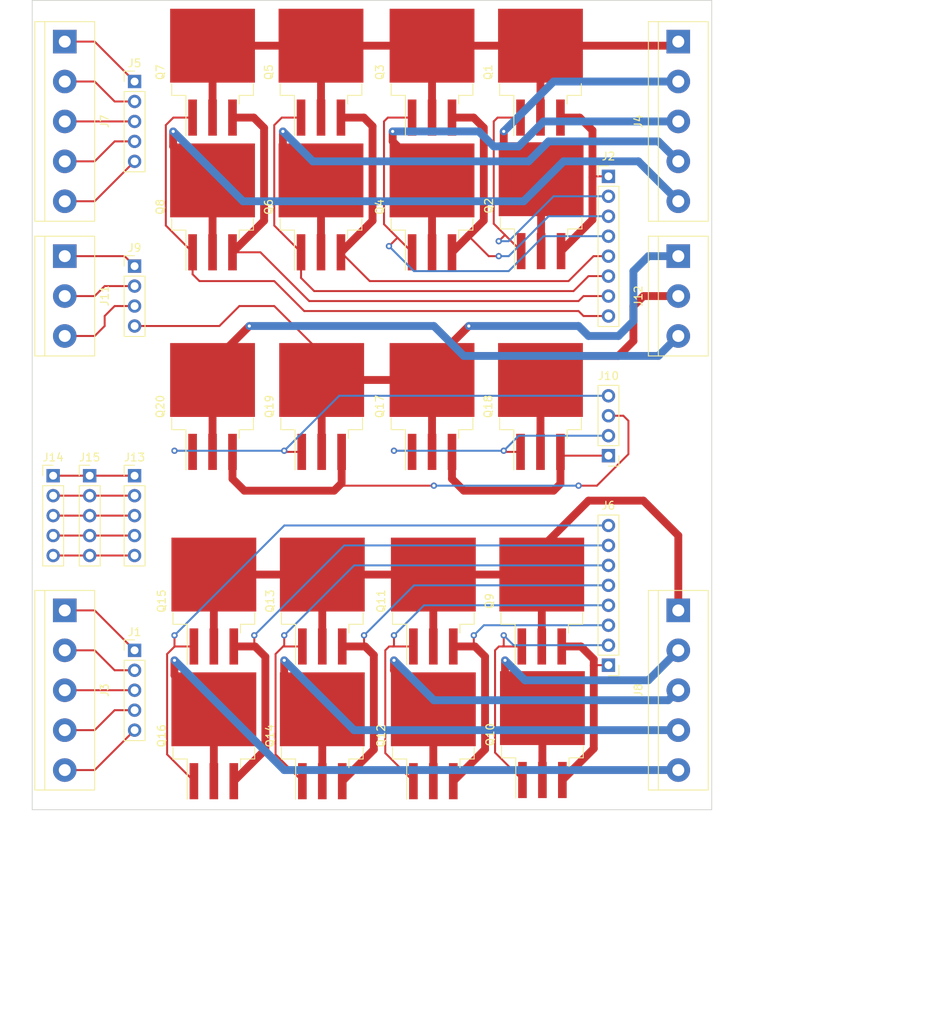
<source format=kicad_pcb>
(kicad_pcb (version 20211014) (generator pcbnew)
  (layers (0 "F.Cu" signal) (31 "B.Cu" signal) (34 "B.Paste" user) (35 "F.Paste" user) (36 "B.SilkS" user "B.Silkscreen") (37 "F.SilkS" user "F.Silkscreen") (38 "B.Mask" user) (39 "F.Mask" user) (44 "Edge.Cuts" user))
  (net 0 "")
  (net 1 "Net-(J1-Pad3)")
  (net 2 "Net-(J1-Pad4)")
  (net 3 "Net-(J1-Pad5)")
  (net 4 "Net-(J1-Pad1)")
  (net 5 "Net-(J1-Pad2)")
  (net 6 "Net-(J2-Pad1)")
  (net 7 "Net-(J2-Pad2)")
  (net 8 "Net-(J2-Pad3)")
  (net 9 "Net-(J2-Pad4)")
  (net 10 "Net-(J2-Pad5)")
  (net 11 "Net-(J2-Pad6)")
  (net 12 "Net-(J2-Pad7)")
  (net 13 "Net-(J2-Pad8)")
  (net 14 "Net-(J4-Pad1)")
  (net 15 "Net-(J4-Pad2)")
  (net 16 "Net-(J4-Pad3)")
  (net 17 "Net-(J4-Pad4)")
  (net 18 "Net-(J4-Pad5)")
  (net 19 "Net-(J5-Pad1)")
  (net 20 "Net-(J5-Pad2)")
  (net 21 "Net-(J5-Pad3)")
  (net 22 "Net-(J5-Pad4)")
  (net 23 "Net-(J5-Pad5)")
  (net 24 "Net-(J6-Pad1)")
  (net 25 "Net-(J6-Pad2)")
  (net 26 "Net-(J6-Pad3)")
  (net 27 "Net-(J6-Pad4)")
  (net 28 "Net-(J6-Pad5)")
  (net 29 "Net-(J6-Pad6)")
  (net 30 "Net-(J6-Pad7)")
  (net 31 "Net-(J6-Pad8)")
  (net 32 "Net-(J8-Pad2)")
  (net 33 "Net-(J8-Pad3)")
  (net 34 "Net-(J8-Pad1)")
  (net 35 "Net-(J8-Pad4)")
  (net 36 "Net-(J8-Pad5)")
  (net 37 "Net-(J11-Pad1)")
  (net 38 "Net-(J11-Pad2)")
  (net 39 "Net-(J11-Pad3)")
  (net 40 "Net-(J12-Pad1)")
  (net 41 "Net-(J10-Pad1)")
  (net 42 "Net-(J10-Pad2)")
  (net 43 "Net-(J10-Pad3)")
  (net 44 "Net-(J10-Pad4)")
  (net 45 "Net-(J12-Pad2)")
  (net 46 "Net-(J12-Pad3)")
  (net 47 "Net-(J13-Pad1)")
  (net 48 "Net-(J13-Pad2)")
  (net 49 "Net-(J13-Pad3)")
  (net 50 "Net-(J13-Pad4)")
  (net 51 "Net-(J13-Pad5)")
  (footprint "Package_TO_SOT_SMD:TO-263-3_TabPin2" (layer "F.Cu") (at 123.12 126.45 90)
    (fp_text reference "Q15")
    (fp_text value "IRF830")
  )
  (footprint "TerminalBlock:TerminalBlock_bornier-5_P5.08mm" (layer "F.Cu") (at 104.14 55.245 -90)
    (fp_text reference "J7")
    (fp_text value "Screw_Terminal_01x05")
  )
  (footprint "Package_TO_SOT_SMD:TO-263-3_TabPin2" (layer "F.Cu") (at 151.06 143.595 90)
    (fp_text reference "Q12")
    (fp_text value "IRF830")
  )
  (footprint "Package_TO_SOT_SMD:TO-263-3_TabPin2" (layer "F.Cu") (at 164.78 76.135 90)
    (fp_text reference "Q2")
    (fp_text value "IRF830")
  )
  (footprint "TerminalBlock:TerminalBlock_bornier-3_P5.08mm" (layer "F.Cu") (at 104.14 82.55 -90)
    (fp_text reference "J11")
    (fp_text value "Screw_Terminal_01x03")
  )
  (footprint "Connector_PinHeader_2.54mm:PinHeader_1x05_P2.54mm_Vertical" (layer "F.Cu") (at 113.03 132.715)
    (fp_text reference "J1")
    (fp_text value "Conn_01x05_Male")
  )
  (footprint "Package_TO_SOT_SMD:TO-263-3_TabPin2" (layer "F.Cu") (at 136.76 76.285 90)
    (fp_text reference "Q6")
    (fp_text value "IRF830")
  )
  (footprint "Package_TO_SOT_SMD:TO-263-3_TabPin2" (layer "F.Cu") (at 122.955 59.14 90)
    (fp_text reference "Q7")
    (fp_text value "IRF830")
  )
  (footprint "Package_TO_SOT_SMD:TO-263-3_TabPin2" (layer "F.Cu") (at 164.7 101.685 90)
    (fp_text reference "Q18")
    (fp_text value "IRF830")
  )
  (footprint "Package_TO_SOT_SMD:TO-263-3_TabPin2" (layer "F.Cu") (at 136.76 59.14 90)
    (fp_text reference "Q5")
    (fp_text value "IRF830")
  )
  (footprint "Package_TO_SOT_SMD:TO-263-3_TabPin2" (layer "F.Cu") (at 122.955 101.685 90)
    (fp_text reference "Q20")
    (fp_text value "IRF830")
  )
  (footprint "Connector_PinHeader_2.54mm:PinHeader_1x05_P2.54mm_Vertical" (layer "F.Cu") (at 102.665 110.49)
    (fp_text reference "J14")
    (fp_text value "Conn_01x05_Male")
  )
  (footprint "Package_TO_SOT_SMD:TO-263-3_TabPin2" (layer "F.Cu") (at 136.925 126.45 90)
    (fp_text reference "Q13")
    (fp_text value "IRF830")
  )
  (footprint "TerminalBlock:TerminalBlock_bornier-5_P5.08mm" (layer "F.Cu") (at 182.245 127.635 -90)
    (fp_text reference "J8")
    (fp_text value "Screw_Terminal_01x05")
  )
  (footprint "Package_TO_SOT_SMD:TO-263-3_TabPin2" (layer "F.Cu") (at 150.895 101.685 90)
    (fp_text reference "Q17")
    (fp_text value "IRF830")
  )
  (footprint "Connector_PinHeader_2.54mm:PinHeader_1x04_P2.54mm_Vertical" (layer "F.Cu") (at 173.355 107.94 180)
    (fp_text reference "J10")
    (fp_text value "Conn_01x04_Male")
  )
  (footprint "Package_TO_SOT_SMD:TO-263-3_TabPin2" (layer "F.Cu") (at 122.955 76.285 90)
    (fp_text reference "Q8")
    (fp_text value "IRF830")
  )
  (footprint "TerminalBlock:TerminalBlock_bornier-3_P5.08mm" (layer "F.Cu") (at 182.245 82.55 -90)
    (fp_text reference "J12")
    (fp_text value "Screw_Terminal_01x03")
  )
  (footprint "TerminalBlock:TerminalBlock_bornier-5_P5.08mm" (layer "F.Cu") (at 104.14 127.635 -90)
    (fp_text reference "J3")
    (fp_text value "Screw_Terminal_01x05")
  )
  (footprint "Package_TO_SOT_SMD:TO-263-3_TabPin2" (layer "F.Cu") (at 123.12 143.595 90)
    (fp_text reference "Q16")
    (fp_text value "IRF830")
  )
  (footprint "Connector_PinHeader_2.54mm:PinHeader_1x04_P2.54mm_Vertical" (layer "F.Cu") (at 113.03 83.82)
    (fp_text reference "J9")
    (fp_text value "Conn_01x04_Male")
  )
  (footprint "Connector_PinHeader_2.54mm:PinHeader_1x05_P2.54mm_Vertical" (layer "F.Cu") (at 113.03 60.325)
    (fp_text reference "J5")
    (fp_text value "Conn_01x05_Male")
  )
  (footprint "Connector_PinHeader_2.54mm:PinHeader_1x08_P2.54mm_Vertical" (layer "F.Cu") (at 173.355 134.605 180)
    (fp_text reference "J6")
    (fp_text value "Conn_01x08_Male")
  )
  (footprint "Connector_PinHeader_2.54mm:PinHeader_1x08_P2.54mm_Vertical" (layer "F.Cu") (at 173.355 72.39)
    (fp_text reference "J2")
    (fp_text value "Conn_01x08_Male")
  )
  (footprint "Connector_PinHeader_2.54mm:PinHeader_1x05_P2.54mm_Vertical" (layer "F.Cu") (at 107.315 110.49)
    (fp_text reference "J15")
    (fp_text value "Conn_01x05_Male")
  )
  (footprint "Package_TO_SOT_SMD:TO-263-3_TabPin2" (layer "F.Cu") (at 164.865 126.45 90)
    (fp_text reference "Q9")
    (fp_text value "IRF830")
  )
  (footprint "Package_TO_SOT_SMD:TO-263-3_TabPin2" (layer "F.Cu") (at 164.7 59.14 90)
    (fp_text reference "Q1")
    (fp_text value "IRF830")
  )
  (footprint "Connector_PinHeader_2.54mm:PinHeader_1x05_P2.54mm_Vertical" (layer "F.Cu") (at 113.03 110.49)
    (fp_text reference "J13")
    (fp_text value "Conn_01x05_Male")
  )
  (footprint "TerminalBlock:TerminalBlock_bornier-5_P5.08mm" (layer "F.Cu") (at 182.245 55.245 -90)
    (fp_text reference "J4")
    (fp_text value "Screw_Terminal_01x05")
  )
  (footprint "Package_TO_SOT_SMD:TO-263-3_TabPin2" (layer "F.Cu") (at 136.925 143.595 90)
    (fp_text reference "Q14")
    (fp_text value "IRF830")
  )
  (footprint "Package_TO_SOT_SMD:TO-263-3_TabPin2" (layer "F.Cu") (at 136.845 101.685 90)
    (fp_text reference "Q19")
    (fp_text value "IRF830")
  )
  (footprint "Package_TO_SOT_SMD:TO-263-3_TabPin2" (layer "F.Cu") (at 151.06 126.45 90)
    (fp_text reference "Q11")
    (fp_text value "IRF830")
  )
  (footprint "Package_TO_SOT_SMD:TO-263-3_TabPin2" (layer "F.Cu") (at 150.895 76.285 90)
    (fp_text reference "Q4")
    (fp_text value "IRF830")
  )
  (footprint "Package_TO_SOT_SMD:TO-263-3_TabPin2" (layer "F.Cu") (at 150.895 59.14 90)
    (fp_text reference "Q3")
    (fp_text value "IRF830")
  )
  (footprint "Package_TO_SOT_SMD:TO-263-3_TabPin2" (layer "F.Cu") (at 164.945 143.445 90)
    (fp_text reference "Q10")
    (fp_text value "IRF830")
  )
  (gr_line locked (start 100 50) (end 186.5 50) (layer "Edge.Cuts") (width 0.1))
  (gr_line locked (start 100 153) (end 100 50) (layer "Edge.Cuts") (width 0.1))
  (gr_line locked (start 186.5 153) (end 186.5 50) (layer "Edge.Cuts") (width 0.1))
  (gr_line locked (start 100 153) (end 186.5 153) (layer "Edge.Cuts") (width 0.1))
  (segment (start 104.14 137.795) (end 113.03 137.795) (width 0.25) (layer "F.Cu") (net 1))
  (segment (start 110.49 140.335) (end 113.03 140.335) (width 0.25) (layer "F.Cu") (net 2))
  (segment (start 107.95 142.875) (end 110.49 140.335) (width 0.25) (layer "F.Cu") (net 2))
  (segment (start 104.14 142.875) (end 107.95 142.875) (width 0.25) (layer "F.Cu") (net 2))
  (segment (start 104.14 147.955) (end 107.95 147.955) (width 0.25) (layer "F.Cu") (net 3))
  (segment (start 107.95 147.955) (end 113.03 142.875) (width 0.25) (layer "F.Cu") (net 3))
  (segment (start 107.95 127.635) (end 113.03 132.715) (width 0.25) (layer "F.Cu") (net 4))
  (segment (start 104.14 127.635) (end 107.95 127.635) (width 0.25) (layer "F.Cu") (net 4))
  (segment (start 104.14 132.715) (end 107.95 132.715) (width 0.25) (layer "F.Cu") (net 5))
  (segment (start 107.95 132.715) (end 110.49 135.255) (width 0.25) (layer "F.Cu") (net 5))
  (segment (start 110.49 135.255) (end 113.03 135.255) (width 0.25) (layer "F.Cu") (net 5))
  (segment (start 171.3175 77.9125) (end 171.3175 72.5225) (width 1) (layer "F.Cu") (net 6))
  (segment (start 171.45 72.39) (end 171.3175 72.5225) (width 0.25) (layer "F.Cu") (net 6))
  (segment (start 171.3175 66.5425) (end 169.69 64.915) (width 1) (layer "F.Cu") (net 6))
  (segment (start 171.3175 72.5225) (end 171.3175 66.5425) (width 1) (layer "F.Cu") (net 6))
  (segment (start 167.32 81.91) (end 171.3175 77.9125) (width 1) (layer "F.Cu") (net 6))
  (segment (start 169.69 64.915) (end 167.24 64.915) (width 1) (layer "F.Cu") (net 6))
  (segment (start 173.355 72.39) (end 171.45 72.39) (width 0.25) (layer "F.Cu") (net 6))
  (segment (start 158.75 65.405) (end 158.75 78.42) (width 0.25) (layer "F.Cu") (net 7))
  (segment (start 160.18 79.85) (end 162.24 81.91) (width 0.25) (layer "F.Cu") (net 7))
  (segment (start 159.385 80.645) (end 160.18 79.85) (width 0.25) (layer "F.Cu") (net 7))
  (segment (start 158.75 78.42) (end 160.18 79.85) (width 0.25) (layer "F.Cu") (net 7))
  (segment (start 162.16 64.915) (end 159.24 64.915) (width 0.25) (layer "F.Cu") (net 7))
  (segment (start 159.24 64.915) (end 158.75 65.405) (width 0.25) (layer "F.Cu") (net 7))
  (via (at 159.385 80.645) (size 0.8) (drill 0.4) (layers "F.Cu" "B.Cu") (net 7))
  (segment (start 166.37 74.93) (end 160.655 80.645) (width 0.25) (layer "B.Cu") (net 7))
  (segment (start 173.355 74.93) (end 166.37 74.93) (width 0.25) (layer "B.Cu") (net 7))
  (segment (start 160.655 80.645) (end 159.385 80.645) (width 0.25) (layer "B.Cu") (net 7))
  (segment (start 156.19 64.915) (end 153.435 64.915) (width 1) (layer "F.Cu") (net 8))
  (segment (start 157.48 66.205) (end 156.19 64.915) (width 1) (layer "F.Cu") (net 8))
  (segment (start 157.48 78.015) (end 157.48 66.205) (width 1) (layer "F.Cu") (net 8))
  (segment (start 158.115 82.55) (end 155.53 79.965) (width 0.25) (layer "F.Cu") (net 8))
  (segment (start 153.435 82.06) (end 155.53 79.965) (width 1) (layer "F.Cu") (net 8))
  (segment (start 159.385 82.55) (end 158.115 82.55) (width 0.25) (layer "F.Cu") (net 8))
  (segment (start 155.53 79.965) (end 157.48 78.015) (width 1) (layer "F.Cu") (net 8))
  (via (at 159.385 82.55) (size 0.8) (drill 0.4) (layers "F.Cu" "B.Cu") (net 8))
  (segment (start 173.355 77.47) (end 165.735 77.47) (width 0.25) (layer "B.Cu") (net 8))
  (segment (start 165.735 77.47) (end 160.655 82.55) (width 0.25) (layer "B.Cu") (net 8))
  (segment (start 160.655 82.55) (end 159.385 82.55) (width 0.25) (layer "B.Cu") (net 8))
  (segment (start 148.355 82.06) (end 146.495 80.2) (width 0.25) (layer "F.Cu") (net 9))
  (segment (start 144.78 65.405) (end 145.27 64.915) (width 0.25) (layer "F.Cu") (net 9))
  (segment (start 144.78 78.485) (end 144.78 65.405) (width 0.25) (layer "F.Cu") (net 9))
  (segment (start 145.415 81.28) (end 146.495 80.2) (width 0.25) (layer "F.Cu") (net 9))
  (segment (start 145.27 64.915) (end 148.355 64.915) (width 0.25) (layer "F.Cu") (net 9))
  (segment (start 146.495 80.2) (end 144.78 78.485) (width 0.25) (layer "F.Cu") (net 9))
  (via (at 145.415 81.28) (size 0.8) (drill 0.4) (layers "F.Cu" "B.Cu") (net 9))
  (segment (start 148.59 84.455) (end 145.415 81.28) (width 0.25) (layer "B.Cu") (net 9))
  (segment (start 173.355 80.01) (end 165.1 80.01) (width 0.25) (layer "B.Cu") (net 9))
  (segment (start 165.1 80.01) (end 160.655 84.455) (width 0.25) (layer "B.Cu") (net 9))
  (segment (start 160.655 84.455) (end 148.59 84.455) (width 0.25) (layer "B.Cu") (net 9))
  (segment (start 143.32048 78.03952) (end 143.32048 66.01548) (width 1) (layer "F.Cu") (net 10))
  (segment (start 142.965 85.725) (end 139.3 82.06) (width 0.25) (layer "F.Cu") (net 10))
  (segment (start 139.3 82.06) (end 143.32048 78.03952) (width 1) (layer "F.Cu") (net 10))
  (segment (start 142.22 64.915) (end 139.3 64.915) (width 1) (layer "F.Cu") (net 10))
  (segment (start 168.275 85.725) (end 142.965 85.725) (width 0.25) (layer "F.Cu") (net 10))
  (segment (start 168.275 85.725) (end 171.45 82.55) (width 0.25) (layer "F.Cu") (net 10))
  (segment (start 143.32048 66.01548) (end 142.22 64.915) (width 1) (layer "F.Cu") (net 10))
  (segment (start 173.355 82.55) (end 171.45 82.55) (width 0.25) (layer "F.Cu") (net 10))
  (segment (start 135.89 86.995) (end 134.22 85.325) (width 0.25) (layer "F.Cu") (net 11))
  (segment (start 170.815 85.09) (end 168.91 86.995) (width 0.25) (layer "F.Cu") (net 11))
  (segment (start 134.22 82.06) (end 130.81 78.65) (width 0.25) (layer "F.Cu") (net 11))
  (segment (start 130.81 78.65) (end 130.81 65.875) (width 0.25) (layer "F.Cu") (net 11))
  (segment (start 173.355 85.09) (end 170.815 85.09) (width 0.25) (layer "F.Cu") (net 11))
  (segment (start 131.77 64.915) (end 134.22 64.915) (width 0.25) (layer "F.Cu") (net 11))
  (segment (start 130.81 65.875) (end 131.77 64.915) (width 0.25) (layer "F.Cu") (net 11))
  (segment (start 168.91 86.995) (end 135.89 86.995) (width 0.25) (layer "F.Cu") (net 11))
  (segment (start 134.22 85.325) (end 134.22 82.06) (width 0.25) (layer "F.Cu") (net 11))
  (segment (start 170.18 87.63) (end 169.545 88.265) (width 0.25) (layer "F.Cu") (net 12))
  (segment (start 129.05 82.06) (end 125.495 82.06) (width 0.25) (layer "F.Cu") (net 12))
  (segment (start 129.51548 66.22952) (end 128.20096 64.915) (width 1) (layer "F.Cu") (net 12))
  (segment (start 128.20096 64.915) (end 125.495 64.915) (width 1) (layer "F.Cu") (net 12))
  (segment (start 125.495 82.06) (end 129.51548 78.03952) (width 1) (layer "F.Cu") (net 12))
  (segment (start 129.51548 78.03952) (end 129.51548 66.22952) (width 1) (layer "F.Cu") (net 12))
  (segment (start 173.355 87.63) (end 170.18 87.63) (width 0.25) (layer "F.Cu") (net 12))
  (segment (start 169.545 88.265) (end 135.255 88.265) (width 0.25) (layer "F.Cu") (net 12))
  (segment (start 135.255 88.265) (end 129.05 82.06) (width 0.25) (layer "F.Cu") (net 12))
  (segment (start 121.285 85.725) (end 130.81 85.725) (width 0.25) (layer "F.Cu") (net 13))
  (segment (start 130.81 85.725) (end 134.62 89.535) (width 0.25) (layer "F.Cu") (net 13))
  (segment (start 120.415 84.855) (end 121.285 85.725) (width 0.25) (layer "F.Cu") (net 13))
  (segment (start 117.965 64.915) (end 120.415 64.915) (width 0.25) (layer "F.Cu") (net 13))
  (segment (start 120.415 82.06) (end 117.005 78.65) (width 0.25) (layer "F.Cu") (net 13))
  (segment (start 117.005 65.875) (end 117.965 64.915) (width 0.25) (layer "F.Cu") (net 13))
  (segment (start 120.415 82.06) (end 120.415 84.855) (width 0.25) (layer "F.Cu") (net 13))
  (segment (start 117.005 78.65) (end 117.005 65.875) (width 0.25) (layer "F.Cu") (net 13))
  (segment (start 169.545 89.535) (end 170.18 90.17) (width 0.25) (layer "F.Cu") (net 13))
  (segment (start 134.62 89.535) (end 169.545 89.535) (width 0.25) (layer "F.Cu") (net 13))
  (segment (start 170.18 90.17) (end 173.355 90.17) (width 0.25) (layer "F.Cu") (net 13))
  (segment (start 181.725 55.765) (end 182.245 55.245) (width 1) (layer "F.Cu") (net 14))
  (segment (start 164.7 55.765) (end 181.725 55.765) (width 1) (layer "F.Cu") (net 14))
  (segment (start 164.7 55.765) (end 150.895 55.765) (width 1) (layer "F.Cu") (net 14))
  (segment (start 122.955 55.765) (end 122.955 64.915) (width 1) (layer "F.Cu") (net 14))
  (segment (start 164.7 55.765) (end 164.7 64.915) (width 1) (layer "F.Cu") (net 14))
  (segment (start 150.895 55.765) (end 136.76 55.765) (width 1) (layer "F.Cu") (net 14))
  (segment (start 136.76 55.765) (end 136.76 64.915) (width 1) (layer "F.Cu") (net 14))
  (segment (start 150.895 55.765) (end 150.895 64.915) (width 1) (layer "F.Cu") (net 14))
  (segment (start 136.76 55.765) (end 122.955 55.765) (width 1) (layer "F.Cu") (net 14))
  (segment (start 164.2 72.76) (end 160.02 68.58) (width 1) (layer "F.Cu") (net 15))
  (segment (start 164.78 72.76) (end 164.78 81.91) (width 1) (layer "F.Cu") (net 15))
  (segment (start 164.78 72.76) (end 164.2 72.76) (width 1) (layer "F.Cu") (net 15))
  (segment (start 160.02 68.58) (end 160.02 66.675) (width 1) (layer "F.Cu") (net 15))
  (via (at 160.02 66.675) (size 0.8) (drill 0.4) (layers "F.Cu" "B.Cu") (net 15))
  (segment (start 160.02 66.675) (end 166.37 60.325) (width 1) (layer "B.Cu") (net 15))
  (segment (start 166.37 60.325) (end 182.245 60.325) (width 1) (layer "B.Cu") (net 15))
  (segment (start 150.85 72.91) (end 145.885 67.945) (width 1) (layer "F.Cu") (net 16))
  (segment (start 145.885 67.945) (end 145.885 66.675) (width 1) (layer "F.Cu") (net 16))
  (segment (start 150.895 82.06) (end 150.895 72.91) (width 1) (layer "F.Cu") (net 16))
  (segment (start 150.895 72.91) (end 150.85 72.91) (width 1) (layer "F.Cu") (net 16))
  (via (at 145.885 66.675) (size 0.8) (drill 0.4) (layers "F.Cu" "B.Cu") (net 16))
  (segment (start 156.845 66.675) (end 158.75 68.58) (width 1) (layer "B.Cu") (net 16))
  (segment (start 145.885 66.675) (end 156.845 66.675) (width 1) (layer "B.Cu") (net 16))
  (segment (start 165.1 65.405) (end 182.245 65.405) (width 1) (layer "B.Cu") (net 16))
  (segment (start 161.925 68.58) (end 165.1 65.405) (width 1) (layer "B.Cu") (net 16))
  (segment (start 158.75 68.58) (end 161.925 68.58) (width 1) (layer "B.Cu") (net 16))
  (segment (start 136.76 82.06) (end 136.76 72.91) (width 1) (layer "F.Cu") (net 17))
  (segment (start 136.76 72.91) (end 136.245 72.91) (width 1) (layer "F.Cu") (net 17))
  (segment (start 136.245 72.91) (end 131.915 68.58) (width 1) (layer "F.Cu") (net 17))
  (segment (start 131.915 68.58) (end 131.915 66.675) (width 1) (layer "F.Cu") (net 17))
  (via (at 131.915 66.675) (size 0.8) (drill 0.4) (layers "F.Cu" "B.Cu") (net 17))
  (segment (start 165.735 67.945) (end 179.705 67.945) (width 1) (layer "B.Cu") (net 17))
  (segment (start 179.705 67.945) (end 182.245 70.485) (width 1) (layer "B.Cu") (net 17))
  (segment (start 135.725 70.485) (end 163.195 70.485) (width 1) (layer "B.Cu") (net 17))
  (segment (start 163.195 70.485) (end 165.735 67.945) (width 1) (layer "B.Cu") (net 17))
  (segment (start 131.915 66.675) (end 135.725 70.485) (width 1) (layer "B.Cu") (net 17))
  (segment (start 122.955 82.06) (end 122.955 72.91) (width 1) (layer "F.Cu") (net 18))
  (segment (start 122.275 72.91) (end 117.945 68.58) (width 1) (layer "F.Cu") (net 18))
  (segment (start 122.955 72.91) (end 122.275 72.91) (width 1) (layer "F.Cu") (net 18))
  (segment (start 117.945 68.58) (end 117.945 66.675) (width 1) (layer "F.Cu") (net 18))
  (via (at 117.945 66.675) (size 0.8) (drill 0.4) (layers "F.Cu" "B.Cu") (net 18))
  (segment (start 117.945 66.675) (end 126.835 75.565) (width 1) (layer "B.Cu") (net 18))
  (segment (start 177.165 70.485) (end 167.64 70.485) (width 1) (layer "B.Cu") (net 18))
  (segment (start 126.835 75.565) (end 162.56 75.565) (width 1) (layer "B.Cu") (net 18))
  (segment (start 182.245 75.565) (end 177.165 70.485) (width 1) (layer "B.Cu") (net 18))
  (segment (start 167.64 70.485) (end 162.56 75.565) (width 1) (layer "B.Cu") (net 18))
  (segment (start 104.14 55.245) (end 107.95 55.245) (width 0.25) (layer "F.Cu") (net 19))
  (segment (start 107.95 55.245) (end 113.03 60.325) (width 0.25) (layer "F.Cu") (net 19))
  (segment (start 110.49 62.865) (end 113.03 62.865) (width 0.25) (layer "F.Cu") (net 20))
  (segment (start 107.95 60.325) (end 110.49 62.865) (width 0.25) (layer "F.Cu") (net 20))
  (segment (start 104.14 60.325) (end 107.95 60.325) (width 0.25) (layer "F.Cu") (net 20))
  (segment (start 104.14 65.405) (end 113.03 65.405) (width 0.25) (layer "F.Cu") (net 21))
  (segment (start 104.14 70.485) (end 107.95 70.485) (width 0.25) (layer "F.Cu") (net 22))
  (segment (start 107.95 70.485) (end 110.49 67.945) (width 0.25) (layer "F.Cu") (net 22))
  (segment (start 110.49 67.945) (end 113.03 67.945) (width 0.25) (layer "F.Cu") (net 22))
  (segment (start 104.14 75.565) (end 107.95 75.565) (width 0.25) (layer "F.Cu") (net 23))
  (segment (start 107.95 75.565) (end 113.03 70.485) (width 0.25) (layer "F.Cu") (net 23))
  (segment (start 171.4825 133.8525) (end 169.855 132.225) (width 1) (layer "F.Cu") (net 24))
  (segment (start 173.355 134.605) (end 171.53 134.605) (width 0.25) (layer "F.Cu") (net 24))
  (segment (start 171.53 134.605) (end 171.4825 134.6525) (width 0.25) (layer "F.Cu") (net 24))
  (segment (start 169.855 132.225) (end 167.405 132.225) (width 1) (layer "F.Cu") (net 24))
  (segment (start 167.485 149.22) (end 171.4825 145.2225) (width 1) (layer "F.Cu") (net 24))
  (segment (start 171.4825 134.6525) (end 171.4825 133.8525) (width 1) (layer "F.Cu") (net 24))
  (segment (start 171.4825 145.2225) (end 171.4825 134.6525) (width 1) (layer "F.Cu") (net 24))
  (segment (start 159.405 132.225) (end 158.915 132.715) (width 0.25) (layer "F.Cu") (net 25))
  (segment (start 159.405 132.225) (end 162.325 132.225) (width 0.25) (layer "F.Cu") (net 25))
  (segment (start 160.02 130.81) (end 160.02 132.08) (width 0.25) (layer "F.Cu") (net 25))
  (segment (start 158.915 145.73) (end 162.405 149.22) (width 0.25) (layer "F.Cu") (net 25))
  (segment (start 160.02 132.08) (end 159.875 132.225) (width 0.25) (layer "F.Cu") (net 25))
  (segment (start 158.915 132.715) (end 158.915 145.73) (width 0.25) (layer "F.Cu") (net 25))
  (via (at 160.02 130.81) (size 0.8) (drill 0.4) (layers "F.Cu" "B.Cu") (net 25))
  (segment (start 173.355 132.065) (end 161.275 132.065) (width 0.25) (layer "B.Cu") (net 25))
  (segment (start 161.275 132.065) (end 160.02 130.81) (width 0.25) (layer "B.Cu") (net 25))
  (segment (start 156.21 132.08) (end 156.355 132.225) (width 0.25) (layer "F.Cu") (net 26))
  (segment (start 156.355 132.225) (end 153.6 132.225) (width 1) (layer "F.Cu") (net 26))
  (segment (start 157.645 145.325) (end 157.645 133.515) (width 1) (layer "F.Cu") (net 26))
  (segment (start 157.645 133.515) (end 156.355 132.225) (width 1) (layer "F.Cu") (net 26))
  (segment (start 156.21 130.81) (end 156.21 132.08) (width 0.25) (layer "F.Cu") (net 26))
  (segment (start 153.6 149.37) (end 157.645 145.325) (width 1) (layer "F.Cu") (net 26))
  (via (at 156.21 130.81) (size 0.8) (drill 0.4) (layers "F.Cu" "B.Cu") (net 26))
  (segment (start 157.495 129.525) (end 156.21 130.81) (width 0.25) (layer "B.Cu") (net 26))
  (segment (start 173.355 129.525) (end 157.495 129.525) (width 0.25) (layer "B.Cu") (net 26))
  (segment (start 144.945 132.715) (end 145.435 132.225) (width 0.25) (layer "F.Cu") (net 27))
  (segment (start 146.05 130.81) (end 146.05 132.08) (width 0.25) (layer "F.Cu") (net 27))
  (segment (start 145.905 132.225) (end 148.52 132.225) (width 0.25) (layer "F.Cu") (net 27))
  (segment (start 146.05 132.08) (end 145.905 132.225) (width 0.25) (layer "F.Cu") (net 27))
  (segment (start 148.52 149.37) (end 144.945 145.795) (width 0.25) (layer "F.Cu") (net 27))
  (segment (start 144.945 145.795) (end 144.945 132.715) (width 0.25) (layer "F.Cu") (net 27))
  (segment (start 145.435 132.225) (end 145.905 132.225) (width 0.25) (layer "F.Cu") (net 27))
  (via (at 146.05 130.81) (size 0.8) (drill 0.4) (layers "F.Cu" "B.Cu") (net 27))
  (segment (start 173.355 126.985) (end 149.875 126.985) (width 0.25) (layer "B.Cu") (net 27))
  (segment (start 149.875 126.985) (end 146.05 130.81) (width 0.25) (layer "B.Cu") (net 27))
  (segment (start 142.385 132.225) (end 139.465 132.225) (width 1) (layer "F.Cu") (net 28))
  (segment (start 143.48548 133.32548) (end 142.385 132.225) (width 1) (layer "F.Cu") (net 28))
  (segment (start 142.24 130.81) (end 142.24 132.08) (width 0.25) (layer "F.Cu") (net 28))
  (segment (start 143.48548 145.34952) (end 143.48548 133.32548) (width 1) (layer "F.Cu") (net 28))
  (segment (start 142.24 132.08) (end 142.385 132.225) (width 0.25) (layer "F.Cu") (net 28))
  (segment (start 139.465 149.37) (end 143.48548 145.34952) (width 1) (layer "F.Cu") (net 28))
  (via (at 142.24 130.81) (size 0.8) (drill 0.4) (layers "F.Cu" "B.Cu") (net 28))
  (segment (start 173.355 124.445) (end 148.605 124.445) (width 0.25) (layer "B.Cu") (net 28))
  (segment (start 148.605 124.445) (end 142.24 130.81) (width 0.25) (layer "B.Cu") (net 28))
  (segment (start 130.975 145.96) (end 130.975 133.185) (width 0.25) (layer "F.Cu") (net 29))
  (segment (start 132.08 130.81) (end 132.08 132.08) (width 0.25) (layer "F.Cu") (net 29))
  (segment (start 132.08 132.08) (end 131.935 132.225) (width 0.25) (layer "F.Cu") (net 29))
  (segment (start 134.385 149.37) (end 130.975 145.96) (width 0.25) (layer "F.Cu") (net 29))
  (segment (start 131.935 132.225) (end 134.385 132.225) (width 0.25) (layer "F.Cu") (net 29))
  (segment (start 130.975 133.185) (end 131.935 132.225) (width 0.25) (layer "F.Cu") (net 29))
  (via (at 132.08 130.81) (size 0.8) (drill 0.4) (layers "F.Cu" "B.Cu") (net 29))
  (segment (start 173.355 121.905) (end 140.985 121.905) (width 0.25) (layer "B.Cu") (net 29))
  (segment (start 140.985 121.905) (end 132.08 130.81) (width 0.25) (layer "B.Cu") (net 29))
  (segment (start 128.27 130.81) (end 128.27 132.12904) (width 0.25) (layer "F.Cu") (net 30))
  (segment (start 128.36596 132.225) (end 125.66 132.225) (width 1) (layer "F.Cu") (net 30))
  (segment (start 129.68048 133.53952) (end 128.36596 132.225) (width 1) (layer "F.Cu") (net 30))
  (segment (start 125.66 149.37) (end 129.68048 145.34952) (width 1) (layer "F.Cu") (net 30))
  (segment (start 129.68048 145.34952) (end 129.68048 133.53952) (width 1) (layer "F.Cu") (net 30))
  (segment (start 128.27 132.12904) (end 128.36596 132.225) (width 0.25) (layer "F.Cu") (net 30))
  (via (at 128.27 130.81) (size 0.8) (drill 0.4) (layers "F.Cu" "B.Cu") (net 30))
  (segment (start 173.355 119.365) (end 139.715 119.365) (width 0.25) (layer "B.Cu") (net 30))
  (segment (start 139.715 119.365) (end 128.27 130.81) (width 0.25) (layer "B.Cu") (net 30))
  (segment (start 118.13 132.225) (end 120.58 132.225) (width 0.25) (layer "F.Cu") (net 31))
  (segment (start 118.11 130.81) (end 118.11 132.205) (width 0.25) (layer "F.Cu") (net 31))
  (segment (start 117.17 145.96) (end 117.17 133.185) (width 0.25) (layer "F.Cu") (net 31))
  (segment (start 118.11 132.205) (end 118.13 132.225) (width 0.25) (layer "F.Cu") (net 31))
  (segment (start 117.17 133.185) (end 118.13 132.225) (width 0.25) (layer "F.Cu") (net 31))
  (segment (start 120.58 149.37) (end 117.17 145.96) (width 0.25) (layer "F.Cu") (net 31))
  (via (at 118.11 130.81) (size 0.8) (drill 0.4) (layers "F.Cu" "B.Cu") (net 31))
  (segment (start 173.355 116.825) (end 132.095 116.825) (width 0.25) (layer "B.Cu") (net 31))
  (segment (start 132.095 116.825) (end 118.11 130.81) (width 0.25) (layer "B.Cu") (net 31))
  (segment (start 164.945 140.07) (end 164.365 140.07) (width 1) (layer "F.Cu") (net 32))
  (segment (start 164.365 140.07) (end 160.185 135.89) (width 1) (layer "F.Cu") (net 32))
  (segment (start 164.945 140.07) (end 164.945 149.22) (width 1) (layer "F.Cu") (net 32))
  (segment (start 160.185 135.89) (end 160.185 133.985) (width 1) (layer "F.Cu") (net 32))
  (via (at 160.185 133.985) (size 0.8) (drill 0.4) (layers "F.Cu" "B.Cu") (net 32))
  (segment (start 178.435 136.525) (end 162.725 136.525) (width 1) (layer "B.Cu") (net 32))
  (segment (start 160.185 133.985) (end 162.725 136.525) (width 1) (layer "B.Cu") (net 32))
  (segment (start 178.435 136.525) (end 182.245 132.715) (width 1) (layer "B.Cu") (net 32))
  (segment (start 151.06 140.22) (end 151.015 140.22) (width 1) (layer "F.Cu") (net 33))
  (segment (start 151.015 140.22) (end 146.05 135.255) (width 1) (layer "F.Cu") (net 33))
  (segment (start 151.06 149.37) (end 151.06 140.22) (width 1) (layer "F.Cu") (net 33))
  (segment (start 146.05 135.255) (end 146.05 133.985) (width 1) (layer "F.Cu") (net 33))
  (via (at 146.05 133.985) (size 0.8) (drill 0.4) (layers "F.Cu" "B.Cu") (net 33))
  (segment (start 151.13 139.065) (end 180.975 139.065) (width 1) (layer "B.Cu") (net 33))
  (segment (start 180.975 139.065) (end 182.245 137.795) (width 1) (layer "B.Cu") (net 33))
  (segment (start 146.05 133.985) (end 151.13 139.065) (width 1) (layer "B.Cu") (net 33))
  (segment (start 136.925 123.075) (end 136.925 132.225) (width 1) (layer "F.Cu") (net 34))
  (segment (start 123.12 123.075) (end 123.12 132.225) (width 1) (layer "F.Cu") (net 34))
  (segment (start 177.8 113.665) (end 182.245 118.11) (width 1) (layer "F.Cu") (net 34))
  (segment (start 151.06 123.075) (end 136.925 123.075) (width 1) (layer "F.Cu") (net 34))
  (segment (start 136.925 123.075) (end 123.12 123.075) (width 1) (layer "F.Cu") (net 34))
  (segment (start 164.865 123.075) (end 151.06 123.075) (width 1) (layer "F.Cu") (net 34))
  (segment (start 164.865 123.075) (end 164.865 119.615) (width 1) (layer "F.Cu") (net 34))
  (segment (start 170.815 113.665) (end 177.8 113.665) (width 1) (layer "F.Cu") (net 34))
  (segment (start 164.865 119.615) (end 170.815 113.665) (width 1) (layer "F.Cu") (net 34))
  (segment (start 164.865 123.075) (end 164.865 132.225) (width 1) (layer "F.Cu") (net 34))
  (segment (start 182.245 118.11) (end 182.245 127.635) (width 1) (layer "F.Cu") (net 34))
  (segment (start 151.06 123.075) (end 151.06 132.225) (width 1) (layer "F.Cu") (net 34))
  (segment (start 136.925 149.37) (end 136.925 140.22) (width 1) (layer "F.Cu") (net 35))
  (segment (start 132.08 135.89) (end 132.08 133.985) (width 1) (layer "F.Cu") (net 35))
  (segment (start 136.925 140.22) (end 136.41 140.22) (width 1) (layer "F.Cu") (net 35))
  (segment (start 136.41 140.22) (end 132.08 135.89) (width 1) (layer "F.Cu") (net 35))
  (via (at 132.08 133.985) (size 0.8) (drill 0.4) (layers "F.Cu" "B.Cu") (net 35))
  (segment (start 140.97 142.875) (end 182.245 142.875) (width 1) (layer "B.Cu") (net 35))
  (segment (start 132.08 133.985) (end 140.97 142.875) (width 1) (layer "B.Cu") (net 35))
  (segment (start 122.44 140.22) (end 118.11 135.89) (width 1) (layer "F.Cu") (net 36))
  (segment (start 123.12 140.22) (end 122.44 140.22) (width 1) (layer "F.Cu") (net 36))
  (segment (start 118.11 135.89) (end 118.11 133.985) (width 1) (layer "F.Cu") (net 36))
  (segment (start 123.12 149.37) (end 123.12 140.22) (width 1) (layer "F.Cu") (net 36))
  (via (at 118.11 133.985) (size 0.8) (drill 0.4) (layers "F.Cu" "B.Cu") (net 36))
  (segment (start 118.11 133.985) (end 132.08 147.955) (width 1) (layer "B.Cu") (net 36))
  (segment (start 132.08 147.955) (end 182.245 147.955) (width 1) (layer "B.Cu") (net 36))
  (segment (start 104.14 82.55) (end 111.76 82.55) (width 0.25) (layer "F.Cu") (net 37))
  (segment (start 111.76 82.55) (end 113.03 83.82) (width 0.25) (layer "F.Cu") (net 37))
  (segment (start 104.14 87.63) (end 107.95 87.63) (width 0.25) (layer "F.Cu") (net 38))
  (segment (start 109.22 86.36) (end 113.03 86.36) (width 0.25) (layer "F.Cu") (net 38))
  (segment (start 107.95 87.63) (end 109.22 86.36) (width 0.25) (layer "F.Cu") (net 38))
  (segment (start 107.95 92.71) (end 109.22 91.44) (width 0.25) (layer "F.Cu") (net 39))
  (segment (start 110.49 88.9) (end 113.03 88.9) (width 0.25) (layer "F.Cu") (net 39))
  (segment (start 109.22 90.17) (end 110.49 88.9) (width 0.25) (layer "F.Cu") (net 39))
  (segment (start 109.22 91.44) (end 109.22 90.17) (width 0.25) (layer "F.Cu") (net 39))
  (segment (start 104.14 92.71) (end 107.95 92.71) (width 0.25) (layer "F.Cu") (net 39))
  (segment (start 130.81 88.9) (end 136.845 94.935) (width 0.25) (layer "F.Cu") (net 40))
  (segment (start 123.825 91.44) (end 126.365 88.9) (width 0.25) (layer "F.Cu") (net 40))
  (segment (start 136.845 98.31) (end 136.845 107.46) (width 1) (layer "F.Cu") (net 40))
  (segment (start 113.03 91.44) (end 123.825 91.44) (width 0.25) (layer "F.Cu") (net 40))
  (segment (start 150.895 96.12) (end 155.575 91.44) (width 1) (layer "F.Cu") (net 40))
  (segment (start 150.895 107.46) (end 150.895 94.85) (width 1) (layer "F.Cu") (net 40))
  (segment (start 136.845 98.31) (end 150.895 98.31) (width 1) (layer "F.Cu") (net 40))
  (segment (start 126.365 88.9) (end 130.81 88.9) (width 0.25) (layer "F.Cu") (net 40))
  (segment (start 136.845 94.935) (end 136.845 98.31) (width 0.25) (layer "F.Cu") (net 40))
  (via (at 155.575 91.44) (size 0.8) (drill 0.4) (layers "F.Cu" "B.Cu") (net 40))
  (segment (start 174.625 92.71) (end 176.53 90.805) (width 1) (layer "B.Cu") (net 40))
  (segment (start 178.435 82.55) (end 182.245 82.55) (width 1) (layer "B.Cu") (net 40))
  (segment (start 176.53 84.455) (end 178.435 82.55) (width 1) (layer "B.Cu") (net 40))
  (segment (start 176.53 90.805) (end 176.53 84.455) (width 1) (layer "B.Cu") (net 40))
  (segment (start 169.545 91.44) (end 170.815 92.71) (width 1) (layer "B.Cu") (net 40))
  (segment (start 155.575 91.44) (end 169.545 91.44) (width 1) (layer "B.Cu") (net 40))
  (segment (start 170.815 92.71) (end 174.625 92.71) (width 1) (layer "B.Cu") (net 40))
  (segment (start 167.24 111.525) (end 167.24 107.46) (width 1) (layer "F.Cu") (net 41))
  (segment (start 153.435 107.46) (end 153.435 110.89) (width 1) (layer "F.Cu") (net 41))
  (segment (start 153.435 110.89) (end 154.94 112.395) (width 1) (layer "F.Cu") (net 41))
  (segment (start 166.37 112.395) (end 167.24 111.525) (width 1) (layer "F.Cu") (net 41))
  (segment (start 154.94 112.395) (end 166.37 112.395) (width 1) (layer "F.Cu") (net 41))
  (segment (start 173.355 107.94) (end 167.72 107.94) (width 0.25) (layer "F.Cu") (net 41))
  (segment (start 167.72 107.94) (end 167.24 107.46) (width 0.25) (layer "F.Cu") (net 41))
  (segment (start 160.165 107.46) (end 160.02 107.315) (width 0.25) (layer "F.Cu") (net 42))
  (segment (start 162.16 107.46) (end 160.165 107.46) (width 0.25) (layer "F.Cu") (net 42))
  (segment (start 148.21 107.315) (end 148.355 107.46) (width 0.25) (layer "F.Cu") (net 42))
  (segment (start 146.05 107.315) (end 148.21 107.315) (width 0.25) (layer "F.Cu") (net 42))
  (via (at 160.02 107.315) (size 0.8) (drill 0.4) (layers "F.Cu" "B.Cu") (net 42))
  (via (at 146.05 107.315) (size 0.8) (drill 0.4) (layers "F.Cu" "B.Cu") (net 42))
  (segment (start 161.935 105.4) (end 173.355 105.4) (width 0.25) (layer "B.Cu") (net 42))
  (segment (start 160.02 107.315) (end 161.935 105.4) (width 0.25) (layer "B.Cu") (net 42))
  (segment (start 160.02 107.315) (end 146.05 107.315) (width 0.25) (layer "B.Cu") (net 42))
  (segment (start 175.25 102.86) (end 175.895 103.505) (width 0.25) (layer "F.Cu") (net 43))
  (segment (start 173.355 102.86) (end 175.25 102.86) (width 0.25) (layer "F.Cu") (net 43))
  (segment (start 175.895 103.505) (end 175.895 107.749022) (width 0.25) (layer "F.Cu") (net 43))
  (segment (start 125.495 110.89) (end 125.495 107.46) (width 1) (layer "F.Cu") (net 43))
  (segment (start 139.385 107.46) (end 139.385 111.44) (width 1) (layer "F.Cu") (net 43))
  (segment (start 139.705 111.76) (end 139.385 111.44) (width 0.25) (layer "F.Cu") (net 43))
  (segment (start 151.13 111.76) (end 139.705 111.76) (width 0.25) (layer "F.Cu") (net 43))
  (segment (start 171.884022 111.76) (end 169.545 111.76) (width 0.25) (layer "F.Cu") (net 43))
  (segment (start 127 112.395) (end 125.495 110.89) (width 1) (layer "F.Cu") (net 43))
  (segment (start 138.43 112.395) (end 127 112.395) (width 1) (layer "F.Cu") (net 43))
  (segment (start 139.385 111.44) (end 138.43 112.395) (width 1) (layer "F.Cu") (net 43))
  (segment (start 175.895 107.749022) (end 171.884022 111.76) (width 0.25) (layer "F.Cu") (net 43))
  (via (at 169.545 111.76) (size 0.8) (drill 0.4) (layers "F.Cu" "B.Cu") (net 43))
  (via (at 151.13 111.76) (size 0.8) (drill 0.4) (layers "F.Cu" "B.Cu") (net 43))
  (segment (start 169.545 111.76) (end 151.13 111.76) (width 0.25) (layer "B.Cu") (net 43))
  (segment (start 120.27 107.315) (end 120.415 107.46) (width 0.25) (layer "F.Cu") (net 44))
  (segment (start 132.225 107.46) (end 132.08 107.315) (width 0.25) (layer "F.Cu") (net 44))
  (segment (start 118.11 107.315) (end 120.27 107.315) (width 0.25) (layer "F.Cu") (net 44))
  (segment (start 134.305 107.46) (end 132.225 107.46) (width 0.25) (layer "F.Cu") (net 44))
  (via (at 132.08 107.315) (size 0.8) (drill 0.4) (layers "F.Cu" "B.Cu") (net 44))
  (via (at 118.11 107.315) (size 0.8) (drill 0.4) (layers "F.Cu" "B.Cu") (net 44))
  (segment (start 132.08 107.315) (end 139.075 100.32) (width 0.25) (layer "B.Cu") (net 44))
  (segment (start 139.075 100.32) (end 173.355 100.32) (width 0.25) (layer "B.Cu") (net 44))
  (segment (start 132.08 107.315) (end 118.11 107.315) (width 0.25) (layer "B.Cu") (net 44))
  (segment (start 174.625 95.25) (end 167.76 95.25) (width 1) (layer "F.Cu") (net 45))
  (segment (start 164.7 98.31) (end 168.395 94.615) (width 1) (layer "F.Cu") (net 45))
  (segment (start 164.7 98.31) (end 164.7 107.46) (width 1) (layer "F.Cu") (net 45))
  (segment (start 176.53 93.345) (end 174.625 95.25) (width 1) (layer "F.Cu") (net 45))
  (segment (start 176.53 88.9) (end 176.53 93.345) (width 1) (layer "F.Cu") (net 45))
  (segment (start 182.245 87.63) (end 177.8 87.63) (width 1) (layer "F.Cu") (net 45))
  (segment (start 177.8 87.63) (end 176.53 88.9) (width 1) (layer "F.Cu") (net 45))
  (segment (start 122.955 98.31) (end 122.955 96.12) (width 1) (layer "F.Cu") (net 46))
  (segment (start 122.955 98.31) (end 122.955 107.46) (width 1) (layer "F.Cu") (net 46))
  (segment (start 122.955 96.12) (end 127.635 91.44) (width 1) (layer "F.Cu") (net 46))
  (via (at 127.635 91.44) (size 0.8) (drill 0.4) (layers "F.Cu" "B.Cu") (net 46))
  (segment (start 154.94 95.25) (end 179.705 95.25) (width 1) (layer "B.Cu") (net 46))
  (segment (start 179.705 95.25) (end 182.245 92.71) (width 1) (layer "B.Cu") (net 46))
  (segment (start 151.13 91.44) (end 154.94 95.25) (width 1) (layer "B.Cu") (net 46))
  (segment (start 127.635 91.44) (end 151.13 91.44) (width 1) (layer "B.Cu") (net 46))
  (segment (start 102.665 110.49) (end 107.315 110.49) (width 0.25) (layer "F.Cu") (net 47))
  (segment (start 107.315 110.49) (end 112.395 110.49) (width 0.25) (layer "F.Cu") (net 47))
  (segment (start 107.315 113.03) (end 102.665 113.03) (width 0.25) (layer "F.Cu") (net 48))
  (segment (start 107.315 113.03) (end 112.395 113.03) (width 0.25) (layer "F.Cu") (net 48))
  (segment (start 107.315 115.57) (end 112.395 115.57) (width 0.25) (layer "F.Cu") (net 49))
  (segment (start 102.665 115.57) (end 107.315 115.57) (width 0.25) (layer "F.Cu") (net 49))
  (segment (start 107.315 118.11) (end 112.395 118.11) (width 0.25) (layer "F.Cu") (net 50))
  (segment (start 107.315 118.11) (end 102.665 118.11) (width 0.25) (layer "F.Cu") (net 50))
  (segment (start 107.315 120.65) (end 112.395 120.65) (width 0.25) (layer "F.Cu") (net 51))
  (segment (start 102.665 120.65) (end 107.315 120.65) (width 0.25) (layer "F.Cu") (net 51))
)
</source>
